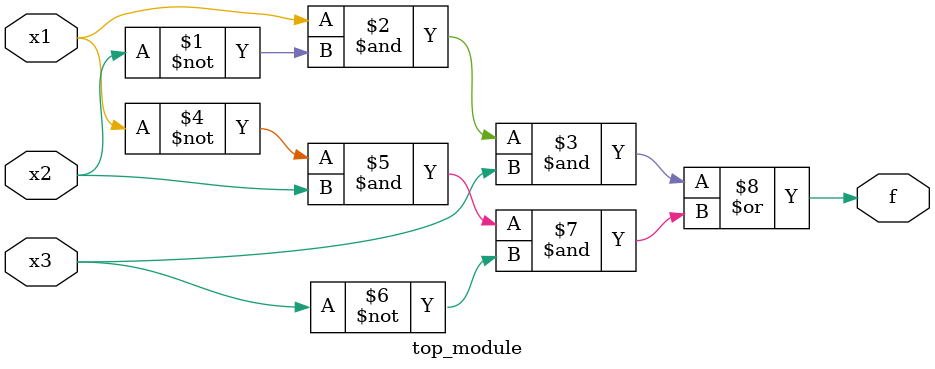
<source format=sv>
module top_module (
    input x3,
    input x2,
    input x1,
    output f
);

assign f = (x1 & ~x2 & x3) | (~x1 & x2 & ~x3);
endmodule

</source>
